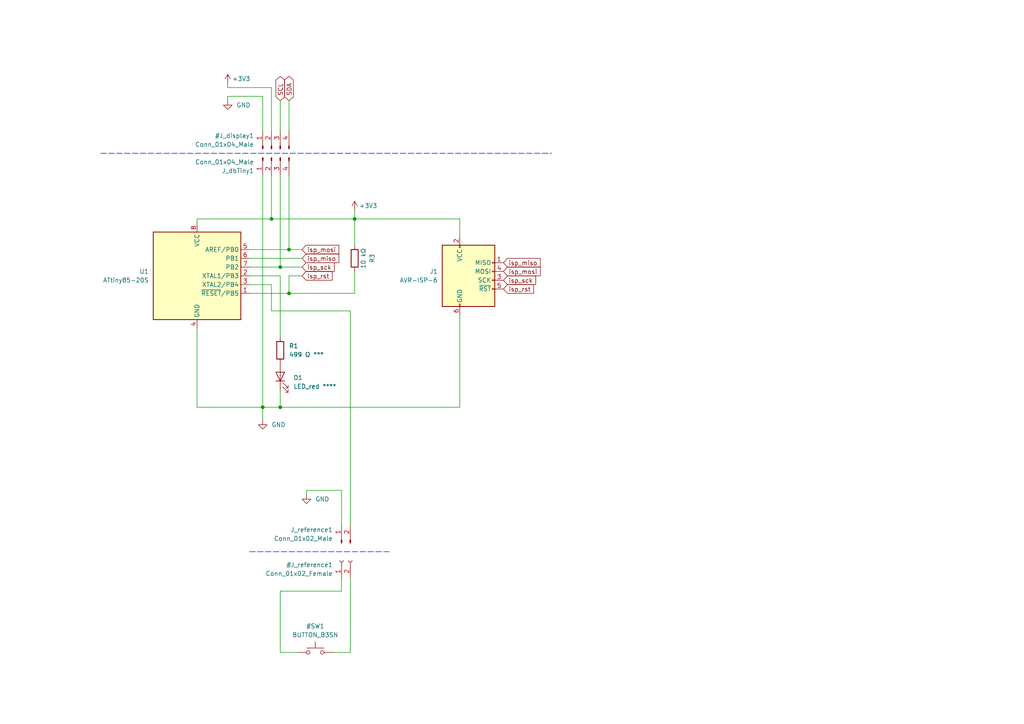
<source format=kicad_sch>
(kicad_sch (version 20211123) (generator eeschema)
  (paper "A4")
  (lib_symbols
    (symbol "Connector:AVR-ISP-6" (pin_names (offset 1.016))
      (property "Reference" "J" (at -6.35 11.43 0))
      (property "Value" "AVR-ISP-6" (at 0 11.43 0))
      (symbol "AVR-ISP-6_0_1"
        (rectangle (start -2.667 -6.858) (end -2.413 -7.62))
        (rectangle (start -2.667 10.16) (end -2.413 9.398))
        (rectangle (start 7.62 -2.413) (end 6.858 -2.667))
        (rectangle (start 7.62 0.127) (end 6.858 -0.127))
        (rectangle (start 7.62 2.667) (end 6.858 2.413))
        (rectangle (start 7.62 5.207) (end 6.858 4.953))
        (rectangle (start 7.62 10.16) (end -7.62 -7.62) (stroke (width 0.254)) (fill (type background)))
      )
      (symbol "AVR-ISP-6_1_1"
        (pin passive line (at 10.16 5.08 180) (length 2.54) (name "MISO") (number "1"))
        (pin passive line (at -2.54 12.7 270) (length 2.54) (name "VCC") (number "2"))
        (pin passive line (at 10.16 0 180) (length 2.54) (name "SCK") (number "3"))
        (pin passive line (at 10.16 2.54 180) (length 2.54) (name "MOSI") (number "4"))
        (pin passive line (at 10.16 -2.54 180) (length 2.54) (name "~{RST}") (number "5"))
        (pin passive line (at -2.54 -10.16 90) (length 2.54) (name "GND") (number "6"))
      )
    )
    (symbol "Connector:Conn_01x02_Female" (pin_names (offset 1.016) hide)
      (property "Reference" "J" (at 0 2.54 0))
      (property "Value" "Conn_01x02_Female" (at 0 -5.08 0))
      (symbol "Conn_01x02_Female_1_1"
        (arc (start 0 -2.032) (mid -0.508 -2.54) (end 0 -3.048) (stroke (width 0.1524)))
        (polyline (pts (xy -1.27 -2.54) (xy -0.508 -2.54)) (stroke (width 0.1524)))
        (polyline (pts (xy -1.27 0) (xy -0.508 0)) (stroke (width 0.1524)))
        (arc (start 0 0.508) (mid -0.508 0) (end 0 -0.508) (stroke (width 0.1524)))
        (pin passive line (at -5.08 0 0) (length 3.81) (name "Pin_1") (number "1"))
        (pin passive line (at -5.08 -2.54 0) (length 3.81) (name "Pin_2") (number "2"))
      )
    )
    (symbol "Connector:Conn_01x02_Male" (pin_names (offset 1.016) hide)
      (property "Reference" "J" (at 0 2.54 0))
      (property "Value" "Conn_01x02_Male" (at 0 -5.08 0))
      (symbol "Conn_01x02_Male_1_1"
        (polyline (pts (xy 1.27 -2.54) (xy 0.8636 -2.54)) (stroke (width 0.1524)))
        (polyline (pts (xy 1.27 0) (xy 0.8636 0)) (stroke (width 0.1524)))
        (rectangle (start 0.8636 -2.413) (end 0 -2.667) (stroke (width 0.1524)) (fill (type outline)))
        (rectangle (start 0.8636 0.127) (end 0 -0.127) (stroke (width 0.1524)) (fill (type outline)))
        (pin passive line (at 5.08 0 180) (length 3.81) (name "Pin_1") (number "1"))
        (pin passive line (at 5.08 -2.54 180) (length 3.81) (name "Pin_2") (number "2"))
      )
    )
    (symbol "Connector:Conn_01x04_Male" (pin_names (offset 1.016) hide)
      (property "Reference" "J" (at 0 5.08 0))
      (property "Value" "Conn_01x04_Male" (at 0 -7.62 0))
      (symbol "Conn_01x04_Male_1_1"
        (polyline (pts (xy 1.27 -5.08) (xy 0.8636 -5.08)) (stroke (width 0.1524)))
        (polyline (pts (xy 1.27 -2.54) (xy 0.8636 -2.54)) (stroke (width 0.1524)))
        (polyline (pts (xy 1.27 0) (xy 0.8636 0)) (stroke (width 0.1524)))
        (polyline (pts (xy 1.27 2.54) (xy 0.8636 2.54)) (stroke (width 0.1524)))
        (rectangle (start 0.8636 -4.953) (end 0 -5.207) (stroke (width 0.1524)) (fill (type outline)))
        (rectangle (start 0.8636 -2.413) (end 0 -2.667) (stroke (width 0.1524)) (fill (type outline)))
        (rectangle (start 0.8636 0.127) (end 0 -0.127) (stroke (width 0.1524)) (fill (type outline)))
        (rectangle (start 0.8636 2.667) (end 0 2.413) (stroke (width 0.1524)) (fill (type outline)))
        (pin passive line (at 5.08 2.54 180) (length 3.81) (name "Pin_1") (number "1"))
        (pin passive line (at 5.08 0 180) (length 3.81) (name "Pin_2") (number "2"))
        (pin passive line (at 5.08 -2.54 180) (length 3.81) (name "Pin_3") (number "3"))
        (pin passive line (at 5.08 -5.08 180) (length 3.81) (name "Pin_4") (number "4"))
      )
    )
    (symbol "Device:R" (pin_numbers hide) (pin_names (offset 0))
      (property "Reference" "R" (at 2.032 0 90))
      (property "Value" "R" (at 0 0 90))
      (symbol "R_0_1"
        (rectangle (start -1.016 -2.54) (end 1.016 2.54) (stroke (width 0.254)))
      )
      (symbol "R_1_1"
        (pin passive line (at 0 3.81 270) (length 1.27) (name "~") (number "1"))
        (pin passive line (at 0 -3.81 90) (length 1.27) (name "~") (number "2"))
      )
    )
    (symbol "Fab:BUTTON_B3SN" (pin_numbers hide) (pin_names (offset 1.016) hide)
      (property "Reference" "SW" (at 1.27 2.54 0))
      (property "Value" "BUTTON_B3SN" (at 0 -1.524 0))
      (symbol "BUTTON_B3SN_0_1"
        (circle (center -2.032 0) (radius 0.508))
        (polyline (pts (xy 0 1.27) (xy 0 3.048)))
        (polyline (pts (xy 2.54 1.27) (xy -2.54 1.27)))
        (circle (center 2.032 0) (radius 0.508))
        (pin passive line (at -5.08 0 0) (length 2.54) (name "1") (number "1"))
        (pin passive line (at 5.08 0 180) (length 2.54) (name "2") (number "2"))
      )
    )
    (symbol "Fab:LED" (pin_numbers hide) (pin_names (offset 1.016) hide)
      (property "Reference" "D" (at 0 2.54 0))
      (property "Value" "LED" (at 0 -2.54 0))
      (symbol "LED_0_1"
        (polyline (pts (xy -1.27 -1.27) (xy -1.27 1.27)) (stroke (width 0.2032)))
        (polyline (pts (xy -1.27 0) (xy 1.27 0)))
        (polyline (pts (xy 1.27 -1.27) (xy 1.27 1.27) (xy -1.27 0) (xy 1.27 -1.27)) (stroke (width 0.2032)))
        (polyline (pts (xy -3.048 -0.762) (xy -4.572 -2.286) (xy -3.81 -2.286) (xy -4.572 -2.286) (xy -4.572 -1.524)))
        (polyline (pts (xy -1.778 -0.762) (xy -3.302 -2.286) (xy -2.54 -2.286) (xy -3.302 -2.286) (xy -3.302 -1.524)))
      )
      (symbol "LED_1_1"
        (pin passive line (at -3.81 0 0) (length 2.54) (name "K") (number "1"))
        (pin passive line (at 3.81 0 180) (length 2.54) (name "A") (number "2"))
      )
    )
    (symbol "Fab:R" (pin_numbers hide) (pin_names (offset 0))
      (property "Reference" "R" (at 2.032 0 90))
      (property "Value" "R" (at 0 0 90))
      (symbol "R_0_1"
        (rectangle (start -1.016 -2.54) (end 1.016 2.54) (stroke (width 0.254)))
      )
      (symbol "R_1_1"
        (pin passive line (at 0 3.81 270) (length 1.27) (name "~") (number "1"))
        (pin passive line (at 0 -3.81 90) (length 1.27) (name "~") (number "2"))
      )
    )
    (symbol "MCU_Microchip_ATtiny:ATtiny45-20S"
      (property "Reference" "U" (at -12.7 13.97 0))
      (property "Value" "ATtiny45-20S" (at 2.54 -13.97 0))
      (symbol "ATtiny45-20S_0_1"
        (rectangle (start -12.7 -12.7) (end 12.7 12.7) (stroke (width 0.254)) (fill (type background)))
      )
      (symbol "ATtiny45-20S_1_1"
        (pin bidirectional line (at 15.24 -5.08 180) (length 2.54) (name "~{RESET}/PB5") (number "1"))
        (pin bidirectional line (at 15.24 0 180) (length 2.54) (name "XTAL1/PB3") (number "2"))
        (pin bidirectional line (at 15.24 -2.54 180) (length 2.54) (name "XTAL2/PB4") (number "3"))
        (pin power_in line (at 0 -15.24 90) (length 2.54) (name "GND") (number "4"))
        (pin bidirectional line (at 15.24 7.62 180) (length 2.54) (name "AREF/PB0") (number "5"))
        (pin bidirectional line (at 15.24 5.08 180) (length 2.54) (name "PB1") (number "6"))
        (pin bidirectional line (at 15.24 2.54 180) (length 2.54) (name "PB2") (number "7"))
        (pin power_in line (at 0 15.24 270) (length 2.54) (name "VCC") (number "8"))
      )
    )
    (symbol "power:+3.3V" (power) (pin_names (offset 0))
      (property "Value" "+3.3V" (at 0 3.556 0))
      (symbol "+3.3V_0_1"
        (polyline (pts (xy -0.762 1.27) (xy 0 2.54)))
        (polyline (pts (xy 0 0) (xy 0 2.54)))
        (polyline (pts (xy 0 2.54) (xy 0.762 1.27)))
      )
      (symbol "+3.3V_1_1"
        (pin power_in line (at 0 0 90) (length 0) hide (name "+3V3") (number "1"))
      )
    )
    (symbol "power:GND" (power) (pin_names (offset 0))
      (property "Value" "GND" (at 0 -3.81 0))
      (symbol "GND_0_1"
        (polyline (pts (xy 0 0) (xy 0 -1.27) (xy 1.27 -1.27) (xy 0 -2.54) (xy -1.27 -1.27) (xy 0 -1.27)))
      )
      (symbol "GND_1_1"
        (pin power_in line (at 0 0 270) (length 0) hide (name "GND") (number "1"))
      )
    )
  )
  (junction (at 81.28 118.11))
  (junction (at 76.2 118.11))
  (junction (at 83.82 85.09))
  (junction (at 102.87 63.5))
  (junction (at 83.82 72.39))
  (junction (at 78.74 63.5))
  (junction (at 81.28 77.47))
  (wire (pts (xy 133.35 63.5) (xy 133.35 68.58)))
  (wire (pts (xy 81.28 80.01) (xy 81.28 97.79)))
  (wire (pts (xy 83.82 85.09) (xy 72.39 85.09)))
  (wire (pts (xy 102.87 78.74) (xy 102.87 85.09)))
  (wire (pts (xy 81.28 50.8) (xy 81.28 77.47)))
  (polyline (pts (xy 72.39 160.02) (xy 113.03 160.02)))
  (wire (pts (xy 83.82 29.21) (xy 83.82 38.1)))
  (wire (pts (xy 83.82 80.01) (xy 83.82 85.09)))
  (polyline (pts (xy 29.21 44.45) (xy 160.02 44.45)))
  (wire (pts (xy 102.87 85.09) (xy 83.82 85.09)))
  (wire (pts (xy 102.87 63.5) (xy 102.87 71.12)))
  (wire (pts (xy 78.74 90.17) (xy 101.6 90.17)))
  (wire (pts (xy 57.15 64.77) (xy 57.15 63.5)))
  (wire (pts (xy 88.9 142.24) (xy 99.06 142.24)))
  (wire (pts (xy 87.63 80.01) (xy 83.82 80.01)))
  (wire (pts (xy 76.2 50.8) (xy 76.2 118.11)))
  (wire (pts (xy 83.82 72.39) (xy 87.63 72.39)))
  (wire (pts (xy 102.87 63.5) (xy 133.35 63.5)))
  (wire (pts (xy 81.28 118.11) (xy 133.35 118.11)))
  (wire (pts (xy 72.39 77.47) (xy 81.28 77.47)))
  (wire (pts (xy 76.2 118.11) (xy 57.15 118.11)))
  (wire (pts (xy 133.35 91.44) (xy 133.35 118.11)))
  (wire (pts (xy 76.2 27.94) (xy 76.2 38.1)))
  (wire (pts (xy 81.28 29.21) (xy 81.28 38.1)))
  (wire (pts (xy 81.28 171.45) (xy 99.06 171.45)))
  (wire (pts (xy 72.39 74.93) (xy 87.63 74.93)))
  (wire (pts (xy 88.9 143.51) (xy 88.9 142.24)))
  (wire (pts (xy 81.28 113.03) (xy 81.28 118.11)))
  (wire (pts (xy 76.2 118.11) (xy 81.28 118.11)))
  (wire (pts (xy 66.04 27.94) (xy 76.2 27.94)))
  (wire (pts (xy 81.28 77.47) (xy 87.63 77.47)))
  (wire (pts (xy 78.74 25.4) (xy 66.04 25.4)))
  (wire (pts (xy 57.15 63.5) (xy 78.74 63.5)))
  (wire (pts (xy 57.15 95.25) (xy 57.15 118.11)))
  (wire (pts (xy 96.52 189.23) (xy 101.6 189.23)))
  (wire (pts (xy 99.06 171.45) (xy 99.06 167.64)))
  (wire (pts (xy 78.74 50.8) (xy 78.74 63.5)))
  (wire (pts (xy 66.04 24.13) (xy 66.04 25.4)))
  (wire (pts (xy 66.04 29.21) (xy 66.04 27.94)))
  (wire (pts (xy 99.06 142.24) (xy 99.06 152.4)))
  (wire (pts (xy 72.39 80.01) (xy 81.28 80.01)))
  (wire (pts (xy 78.74 82.55) (xy 78.74 90.17)))
  (wire (pts (xy 102.87 60.96) (xy 102.87 63.5)))
  (wire (pts (xy 101.6 167.64) (xy 101.6 189.23)))
  (wire (pts (xy 78.74 63.5) (xy 102.87 63.5)))
  (wire (pts (xy 101.6 90.17) (xy 101.6 152.4)))
  (wire (pts (xy 78.74 25.4) (xy 78.74 38.1)))
  (wire (pts (xy 81.28 189.23) (xy 81.28 171.45)))
  (wire (pts (xy 72.39 72.39) (xy 83.82 72.39)))
  (wire (pts (xy 76.2 118.11) (xy 76.2 121.92)))
  (wire (pts (xy 83.82 50.8) (xy 83.82 72.39)))
  (wire (pts (xy 72.39 82.55) (xy 78.74 82.55)))
  (wire (pts (xy 86.36 189.23) (xy 81.28 189.23)))
  (global_label "isp_rst" (shape input) (at 87.63 80.01 0) (property "Intersheet References" "${INTERSHEET_REFS}" (effects hide)))
  (global_label "isp_mosi" (shape input) (at 146.05 78.74 0) (property "Intersheet References" "${INTERSHEET_REFS}" (effects hide)))
  (global_label "isp_sck" (shape input) (at 87.63 77.47 0) (property "Intersheet References" "${INTERSHEET_REFS}" (effects hide)))
  (global_label "isp_miso" (shape input) (at 146.05 76.2 0) (property "Intersheet References" "${INTERSHEET_REFS}" (effects hide)))
  (global_label "SDA" (shape bidirectional) (at 83.82 29.21 90) (property "Intersheet References" "${INTERSHEET_REFS}" (effects hide)))
  (global_label "isp_sck" (shape input) (at 146.05 81.28 0) (property "Intersheet References" "${INTERSHEET_REFS}" (effects hide)))
  (global_label "isp_mosi" (shape input) (at 87.63 72.39 0) (property "Intersheet References" "${INTERSHEET_REFS}" (effects hide)))
  (global_label "SCL" (shape bidirectional) (at 81.28 29.21 90) (property "Intersheet References" "${INTERSHEET_REFS}" (effects hide)))
  (global_label "isp_rst" (shape input) (at 146.05 83.82 0) (property "Intersheet References" "${INTERSHEET_REFS}" (effects hide)))
  (global_label "isp_miso" (shape input) (at 87.63 74.93 0) (property "Intersheet References" "${INTERSHEET_REFS}" (effects hide)))
  (symbol (lib_id "Connector:Conn_01x02_Male") (at 99.06 157.48 90) (unit 1)
    (property "Reference" "J_reference1" (at 96.52 153.67 90) (effects (justify left)))
    (property "Value" "Conn_01x02_Male" (at 96.52 156.21 90) (effects (justify left)))
    (property "Footprint" "Connector_JST:JST_XH_B2B-XH-A_1x02_P2.50mm_Vertical" (effects hide))
  )
  (symbol (lib_id "Fab:LED") (at 81.28 109.22 90) (unit 1)
    (property "Reference" "D1" (at 85.09 109.5501 90) (effects (justify right)))
    (property "Value" "LED_red ****" (at 85.09 112.0901 90) (effects (justify right)))
    (property "Footprint" "Fab:LED_1206" (effects hide))
    (property "Datasheet" "https://optoelectronics.liteon.com/upload/download/DS-22-98-0002/LTST-C150CKT.pdf" (effects hide))
  )
  (symbol (lib_id "Device:R") (at 102.87 74.93 0) (unit 1)
    (property "Reference" "R3" (at 107.95 74.93 90))
    (property "Value" "10 kΩ" (at 105.41 74.93 90))
    (property "Footprint" "Fab:R_1206" (effects hide))
  )
  (symbol (lib_id "Connector:Conn_01x02_Female") (at 99.06 162.56 90) (unit 1)
    (property "Reference" "#J_reference1" (at 96.52 163.83 90) (effects (justify left)))
    (property "Value" "Conn_01x02_Female" (at 96.52 166.37 90) (effects (justify left)))
    (property "Footprint" "Connector_JST:JST_XH_B2B-XH-A_1x02_P2.50mm_Vertical" (effects hide))
  )
  (symbol (lib_id "Connector:Conn_01x04_Male") (at 78.74 43.18 90) (unit 1)
    (property "Reference" "#J_display1" (at 73.66 39.37 90) (effects (justify left)))
    (property "Value" "Conn_01x04_Male" (at 73.66 41.91 90) (effects (justify left)))
    (property "Footprint" "Connector_JST:JST_XH_B4B-XH-A_1x04_P2.50mm_Vertical" (effects hide))
  )
  (symbol (lib_id "MCU_Microchip_ATtiny:ATtiny45-20S") (at 57.15 80.01 0) (unit 1)
    (property "Reference" "U1" (at 43.18 78.7399 0) (effects (justify right)))
    (property "Value" "ATtiny85-20S" (at 43.18 81.2799 0) (effects (justify right)))
    (property "Footprint" "Package_SO:SOIC-8W_5.3x5.3mm_P1.27mm" (effects hide))
    (property "Datasheet" "http://ww1.microchip.com/downloads/en/DeviceDoc/atmel-2586-avr-8-bit-microcontroller-attiny25-attiny45-attiny85_datasheet.pdf" (effects hide))
  )
  (symbol (lib_id "Fab:R") (at 81.28 101.6 0) (unit 1)
    (property "Reference" "R1" (at 83.82 100.3299 0) (effects (justify left)))
    (property "Value" "499 Ω ***" (at 83.82 102.8699 0) (effects (justify left)))
    (property "Footprint" "Fab:R_1206" (effects hide))
  )
  (symbol (lib_id "power:+3.3V") (at 102.87 60.96 0) (unit 1)
    (property "Reference" "#PWR0102" (effects hide))
    (property "Value" "+3.3V" (at 104.14 59.69 0) (effects (justify left)))
  )
  (symbol (lib_id "Connector:AVR-ISP-6") (at 135.89 81.28 0) (unit 1)
    (property "Reference" "J1" (at 127 78.7399 0) (effects (justify right)))
    (property "Value" "AVR-ISP-6" (at 127 81.2799 0) (effects (justify right)))
    (property "Footprint" "Fab:PinHeader_2x03_P2.54mm_Vertical_SMD" (effects hide))
    (property "Datasheet" " ~" (effects hide))
  )
  (symbol (lib_id "power:GND") (at 66.04 29.21 0) (unit 1)
    (property "Reference" "#PWR02" (effects hide))
    (property "Value" "GND" (at 68.58 30.4799 0) (effects (justify left)))
  )
  (symbol (lib_id "Connector:Conn_01x04_Male") (at 78.74 45.72 90) (mirror x) (unit 1)
    (property "Reference" "J_dbTiny1" (at 73.66 49.53 90) (effects (justify left)))
    (property "Value" "Conn_01x04_Male" (at 73.66 46.99 90) (effects (justify left)))
    (property "Footprint" "Connector_JST:JST_XH_B4B-XH-A_1x04_P2.50mm_Vertical" (effects hide))
  )
  (symbol (lib_id "power:+3.3V") (at 66.04 24.13 0) (unit 1)
    (property "Reference" "#PWR01" (effects hide))
    (property "Value" "+3.3V" (at 67.31 22.86 0) (effects (justify left)))
  )
  (symbol (lib_id "power:GND") (at 76.2 121.92 0) (unit 1)
    (property "Reference" "#PWR0101" (effects hide))
    (property "Value" "GND" (at 78.74 123.1899 0) (effects (justify left)))
  )
  (symbol (lib_id "power:GND") (at 88.9 143.51 0) (unit 1)
    (property "Reference" "#PWR0103" (effects hide))
    (property "Value" "GND" (at 91.44 144.7799 0) (effects (justify left)))
  )
  (symbol (lib_id "Fab:BUTTON_B3SN") (at 91.44 189.23 0) (unit 1)
    (property "Reference" "#SW1" (at 91.44 181.61 0))
    (property "Value" "BUTTON_B3SN" (at 91.44 184.15 0))
    (property "Footprint" "Fab:Button_Omron_B3SN_6x6mm" (effects hide))
    (property "Datasheet" "https://omronfs.omron.com/en_US/ecb/products/pdf/en-b3sn.pdf" (effects hide))
  )
)
</source>
